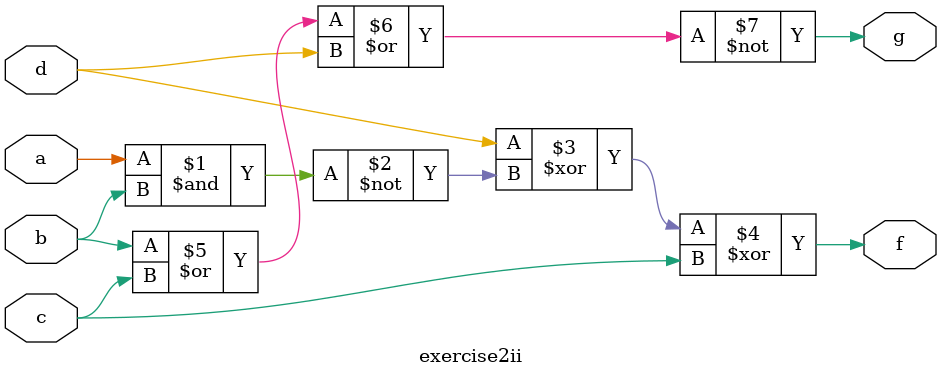
<source format=v>
module exercise2ii(a, b, c, d, f, g);
input a, b, c, d;
output f, g;

assign f = d ^ (~(a & b)) ^ c;
assign g = ~(b | c | d);

endmodule

</source>
